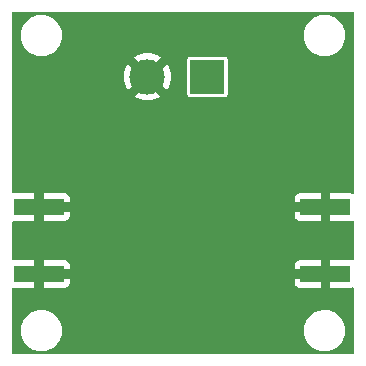
<source format=gbr>
%TF.GenerationSoftware,KiCad,Pcbnew,8.0.5-8.0.5-0~ubuntu22.04.1*%
%TF.CreationDate,2025-01-09T17:41:27-03:00*%
%TF.ProjectId,tx_amplifier,74785f61-6d70-46c6-9966-6965722e6b69,v1.2*%
%TF.SameCoordinates,Original*%
%TF.FileFunction,Copper,L2,Bot*%
%TF.FilePolarity,Positive*%
%FSLAX46Y46*%
G04 Gerber Fmt 4.6, Leading zero omitted, Abs format (unit mm)*
G04 Created by KiCad (PCBNEW 8.0.5-8.0.5-0~ubuntu22.04.1) date 2025-01-09 17:41:27*
%MOMM*%
%LPD*%
G01*
G04 APERTURE LIST*
%TA.AperFunction,SMDPad,CuDef*%
%ADD10R,4.200000X1.350000*%
%TD*%
%TA.AperFunction,ComponentPad*%
%ADD11R,3.000000X3.000000*%
%TD*%
%TA.AperFunction,ComponentPad*%
%ADD12C,3.000000*%
%TD*%
%TA.AperFunction,ViaPad*%
%ADD13C,0.500000*%
%TD*%
%TA.AperFunction,ViaPad*%
%ADD14C,0.600000*%
%TD*%
G04 APERTURE END LIST*
D10*
%TO.P,J2,2,Ext*%
%TO.N,GND*%
X127054000Y-112680000D03*
X127054000Y-107030000D03*
%TD*%
%TO.P,J1,2,Ext*%
%TO.N,GND*%
X102816000Y-107030000D03*
X102816000Y-112680000D03*
%TD*%
D11*
%TO.P,J3,1,Pin_1*%
%TO.N,+3.3V*%
X117080000Y-96000000D03*
D12*
%TO.P,J3,2,Pin_2*%
%TO.N,GND*%
X112000000Y-96000000D03*
%TD*%
D13*
%TO.N,GND*%
X105500000Y-111000000D03*
X120500000Y-111000000D03*
D14*
X102819200Y-114249200D03*
D13*
X119000000Y-105000000D03*
X124500000Y-111000000D03*
X113500000Y-107500000D03*
X124000000Y-115500000D03*
X103500000Y-108600000D03*
X122500000Y-111000000D03*
X108500000Y-107500000D03*
X115200000Y-109000000D03*
X126000000Y-111000000D03*
X118000000Y-100500000D03*
X116200000Y-108000000D03*
X111500000Y-104250000D03*
X114500000Y-113000000D03*
X118000000Y-98500000D03*
X127000000Y-108600000D03*
X102500000Y-111000000D03*
X122000000Y-105000000D03*
X118500000Y-112000000D03*
X115500000Y-101500000D03*
X120000000Y-105000000D03*
X115500000Y-105500000D03*
X123500000Y-111000000D03*
X118500000Y-113000000D03*
X117500000Y-113000000D03*
X107500000Y-108600000D03*
D14*
X127050800Y-105410000D03*
D13*
X101500000Y-108600000D03*
X113000000Y-110750000D03*
X121500000Y-113000000D03*
X119500000Y-111000000D03*
X113500000Y-101500000D03*
X112500000Y-113000000D03*
X123500000Y-108600000D03*
X101500000Y-111000000D03*
X111000000Y-108000000D03*
X114000000Y-110750000D03*
X111500000Y-102000000D03*
X114500000Y-101500000D03*
X108500000Y-111000000D03*
X115000000Y-104500000D03*
X119500000Y-108600000D03*
X115500000Y-113000000D03*
X112500000Y-102000000D03*
X118500000Y-111000000D03*
D14*
X102819200Y-105460800D03*
D13*
X123000000Y-115500000D03*
X116200000Y-109000000D03*
X106500000Y-111000000D03*
X117000000Y-104500000D03*
X114000000Y-104500000D03*
X108500000Y-105500000D03*
X126000000Y-108600000D03*
D14*
X114071400Y-108178600D03*
D13*
X127000000Y-111000000D03*
X105500000Y-108600000D03*
X109500000Y-112000000D03*
X113500000Y-113000000D03*
X108500000Y-106500000D03*
X106500000Y-108600000D03*
X118500000Y-103500000D03*
X121500000Y-108600000D03*
X112000000Y-110750000D03*
X115500000Y-106500000D03*
X120500000Y-112000000D03*
X121500000Y-107000000D03*
D14*
X123291600Y-104698800D03*
D13*
X122500000Y-108600000D03*
X118500000Y-107500000D03*
X107500000Y-111000000D03*
X112500000Y-107500000D03*
X120500000Y-113000000D03*
X116500000Y-113000000D03*
X108500000Y-108600000D03*
X115500000Y-107500000D03*
X116000000Y-99500000D03*
X120500000Y-108600000D03*
X102500000Y-108600000D03*
X111000000Y-107000000D03*
X104500000Y-108600000D03*
X113000000Y-109000000D03*
X116000000Y-100500000D03*
X109500000Y-111000000D03*
X111000000Y-109000000D03*
D14*
X121539000Y-115620800D03*
D13*
X116000000Y-98500000D03*
X119500000Y-107000000D03*
X104500000Y-111000000D03*
X121000000Y-105000000D03*
X112000000Y-109000000D03*
X116000000Y-104500000D03*
X109500000Y-113000000D03*
D14*
X127050800Y-114249200D03*
D13*
X118500000Y-108600000D03*
X118000000Y-101500000D03*
X118000000Y-104500000D03*
X111500000Y-113000000D03*
X124500000Y-108600000D03*
X128000000Y-111000000D03*
X118000000Y-99500000D03*
X120500000Y-107000000D03*
X115500000Y-102500000D03*
X116000000Y-110750000D03*
D14*
X109882100Y-101854000D03*
D13*
X115000000Y-110750000D03*
X111500000Y-105000000D03*
X114500000Y-107500000D03*
X110500000Y-105000000D03*
X103500000Y-111000000D03*
X118500000Y-102500000D03*
X109500000Y-105000000D03*
X128000000Y-108600000D03*
X110500000Y-113000000D03*
X115500000Y-103500000D03*
%TD*%
%TA.AperFunction,Conductor*%
%TO.N,GND*%
G36*
X129443039Y-90519685D02*
G01*
X129488794Y-90572489D01*
X129500000Y-90624000D01*
X129500000Y-105771809D01*
X129480315Y-105838848D01*
X129427511Y-105884603D01*
X129358353Y-105894547D01*
X129332668Y-105887991D01*
X129261383Y-105861403D01*
X129261372Y-105861401D01*
X129201844Y-105855000D01*
X127454000Y-105855000D01*
X127454000Y-108205000D01*
X129201828Y-108205000D01*
X129201844Y-108204999D01*
X129261372Y-108198598D01*
X129261376Y-108198597D01*
X129332666Y-108172008D01*
X129402358Y-108167024D01*
X129463681Y-108200509D01*
X129497166Y-108261832D01*
X129500000Y-108288190D01*
X129500000Y-111421809D01*
X129480315Y-111488848D01*
X129427511Y-111534603D01*
X129358353Y-111544547D01*
X129332668Y-111537991D01*
X129261383Y-111511403D01*
X129261372Y-111511401D01*
X129201844Y-111505000D01*
X127454000Y-111505000D01*
X127454000Y-113855000D01*
X129201828Y-113855000D01*
X129201844Y-113854999D01*
X129261372Y-113848598D01*
X129261376Y-113848597D01*
X129332666Y-113822008D01*
X129402358Y-113817024D01*
X129463681Y-113850509D01*
X129497166Y-113911832D01*
X129500000Y-113938190D01*
X129500000Y-119376000D01*
X129480315Y-119443039D01*
X129427511Y-119488794D01*
X129376000Y-119500000D01*
X100624000Y-119500000D01*
X100556961Y-119480315D01*
X100511206Y-119427511D01*
X100500000Y-119376000D01*
X100500000Y-117385258D01*
X101249500Y-117385258D01*
X101249500Y-117614741D01*
X101274446Y-117804215D01*
X101279452Y-117842238D01*
X101279453Y-117842240D01*
X101338842Y-118063887D01*
X101426650Y-118275876D01*
X101426657Y-118275890D01*
X101541392Y-118474617D01*
X101681081Y-118656661D01*
X101681089Y-118656670D01*
X101843330Y-118818911D01*
X101843338Y-118818918D01*
X102025382Y-118958607D01*
X102025385Y-118958608D01*
X102025388Y-118958611D01*
X102224112Y-119073344D01*
X102224117Y-119073346D01*
X102224123Y-119073349D01*
X102315480Y-119111190D01*
X102436113Y-119161158D01*
X102657762Y-119220548D01*
X102885266Y-119250500D01*
X102885273Y-119250500D01*
X103114727Y-119250500D01*
X103114734Y-119250500D01*
X103342238Y-119220548D01*
X103563887Y-119161158D01*
X103775888Y-119073344D01*
X103974612Y-118958611D01*
X104156661Y-118818919D01*
X104156665Y-118818914D01*
X104156670Y-118818911D01*
X104318911Y-118656670D01*
X104318914Y-118656665D01*
X104318919Y-118656661D01*
X104458611Y-118474612D01*
X104573344Y-118275888D01*
X104661158Y-118063887D01*
X104720548Y-117842238D01*
X104750500Y-117614734D01*
X104750500Y-117385266D01*
X104750499Y-117385258D01*
X125249500Y-117385258D01*
X125249500Y-117614741D01*
X125274446Y-117804215D01*
X125279452Y-117842238D01*
X125279453Y-117842240D01*
X125338842Y-118063887D01*
X125426650Y-118275876D01*
X125426657Y-118275890D01*
X125541392Y-118474617D01*
X125681081Y-118656661D01*
X125681089Y-118656670D01*
X125843330Y-118818911D01*
X125843338Y-118818918D01*
X126025382Y-118958607D01*
X126025385Y-118958608D01*
X126025388Y-118958611D01*
X126224112Y-119073344D01*
X126224117Y-119073346D01*
X126224123Y-119073349D01*
X126315480Y-119111190D01*
X126436113Y-119161158D01*
X126657762Y-119220548D01*
X126885266Y-119250500D01*
X126885273Y-119250500D01*
X127114727Y-119250500D01*
X127114734Y-119250500D01*
X127342238Y-119220548D01*
X127563887Y-119161158D01*
X127775888Y-119073344D01*
X127974612Y-118958611D01*
X128156661Y-118818919D01*
X128156665Y-118818914D01*
X128156670Y-118818911D01*
X128318911Y-118656670D01*
X128318914Y-118656665D01*
X128318919Y-118656661D01*
X128458611Y-118474612D01*
X128573344Y-118275888D01*
X128661158Y-118063887D01*
X128720548Y-117842238D01*
X128750500Y-117614734D01*
X128750500Y-117385266D01*
X128720548Y-117157762D01*
X128661158Y-116936113D01*
X128573344Y-116724112D01*
X128458611Y-116525388D01*
X128458608Y-116525385D01*
X128458607Y-116525382D01*
X128318918Y-116343338D01*
X128318911Y-116343330D01*
X128156670Y-116181089D01*
X128156661Y-116181081D01*
X127974617Y-116041392D01*
X127775890Y-115926657D01*
X127775876Y-115926650D01*
X127563887Y-115838842D01*
X127342238Y-115779452D01*
X127304215Y-115774446D01*
X127114741Y-115749500D01*
X127114734Y-115749500D01*
X126885266Y-115749500D01*
X126885258Y-115749500D01*
X126668715Y-115778009D01*
X126657762Y-115779452D01*
X126564076Y-115804554D01*
X126436112Y-115838842D01*
X126224123Y-115926650D01*
X126224109Y-115926657D01*
X126025382Y-116041392D01*
X125843338Y-116181081D01*
X125681081Y-116343338D01*
X125541392Y-116525382D01*
X125426657Y-116724109D01*
X125426650Y-116724123D01*
X125338842Y-116936112D01*
X125279453Y-117157759D01*
X125279451Y-117157770D01*
X125249500Y-117385258D01*
X104750499Y-117385258D01*
X104720548Y-117157762D01*
X104661158Y-116936113D01*
X104573344Y-116724112D01*
X104458611Y-116525388D01*
X104458608Y-116525385D01*
X104458607Y-116525382D01*
X104318918Y-116343338D01*
X104318911Y-116343330D01*
X104156670Y-116181089D01*
X104156661Y-116181081D01*
X103974617Y-116041392D01*
X103775890Y-115926657D01*
X103775876Y-115926650D01*
X103563887Y-115838842D01*
X103342238Y-115779452D01*
X103304215Y-115774446D01*
X103114741Y-115749500D01*
X103114734Y-115749500D01*
X102885266Y-115749500D01*
X102885258Y-115749500D01*
X102668715Y-115778009D01*
X102657762Y-115779452D01*
X102564076Y-115804554D01*
X102436112Y-115838842D01*
X102224123Y-115926650D01*
X102224109Y-115926657D01*
X102025382Y-116041392D01*
X101843338Y-116181081D01*
X101681081Y-116343338D01*
X101541392Y-116525382D01*
X101426657Y-116724109D01*
X101426650Y-116724123D01*
X101338842Y-116936112D01*
X101279453Y-117157759D01*
X101279451Y-117157770D01*
X101249500Y-117385258D01*
X100500000Y-117385258D01*
X100500000Y-113974965D01*
X100519685Y-113907926D01*
X100572489Y-113862171D01*
X100637259Y-113851676D01*
X100668163Y-113854999D01*
X100668172Y-113855000D01*
X102416000Y-113855000D01*
X103216000Y-113855000D01*
X104963828Y-113855000D01*
X104963844Y-113854999D01*
X105023372Y-113848598D01*
X105023379Y-113848596D01*
X105158086Y-113798354D01*
X105158093Y-113798350D01*
X105273187Y-113712190D01*
X105273190Y-113712187D01*
X105359350Y-113597093D01*
X105359354Y-113597086D01*
X105409596Y-113462379D01*
X105409598Y-113462372D01*
X105415999Y-113402844D01*
X124454000Y-113402844D01*
X124460401Y-113462372D01*
X124460403Y-113462379D01*
X124510645Y-113597086D01*
X124510649Y-113597093D01*
X124596809Y-113712187D01*
X124596812Y-113712190D01*
X124711906Y-113798350D01*
X124711913Y-113798354D01*
X124846620Y-113848596D01*
X124846627Y-113848598D01*
X124906155Y-113854999D01*
X124906172Y-113855000D01*
X126654000Y-113855000D01*
X126654000Y-113080000D01*
X124454000Y-113080000D01*
X124454000Y-113402844D01*
X105415999Y-113402844D01*
X105416000Y-113402827D01*
X105416000Y-113080000D01*
X103216000Y-113080000D01*
X103216000Y-113855000D01*
X102416000Y-113855000D01*
X102416000Y-112280000D01*
X103216000Y-112280000D01*
X105416000Y-112280000D01*
X105416000Y-111957172D01*
X105415999Y-111957155D01*
X124454000Y-111957155D01*
X124454000Y-112280000D01*
X126654000Y-112280000D01*
X126654000Y-111505000D01*
X124906155Y-111505000D01*
X124846627Y-111511401D01*
X124846620Y-111511403D01*
X124711913Y-111561645D01*
X124711906Y-111561649D01*
X124596812Y-111647809D01*
X124596809Y-111647812D01*
X124510649Y-111762906D01*
X124510645Y-111762913D01*
X124460403Y-111897620D01*
X124460401Y-111897627D01*
X124454000Y-111957155D01*
X105415999Y-111957155D01*
X105409598Y-111897627D01*
X105409596Y-111897620D01*
X105359354Y-111762913D01*
X105359350Y-111762906D01*
X105273190Y-111647812D01*
X105273187Y-111647809D01*
X105158093Y-111561649D01*
X105158086Y-111561645D01*
X105023379Y-111511403D01*
X105023372Y-111511401D01*
X104963844Y-111505000D01*
X103216000Y-111505000D01*
X103216000Y-112280000D01*
X102416000Y-112280000D01*
X102416000Y-111505000D01*
X100668172Y-111505000D01*
X100668153Y-111505001D01*
X100637255Y-111508323D01*
X100568496Y-111495918D01*
X100517358Y-111448308D01*
X100500000Y-111385034D01*
X100500000Y-108324965D01*
X100519685Y-108257926D01*
X100572489Y-108212171D01*
X100637259Y-108201676D01*
X100668163Y-108204999D01*
X100668172Y-108205000D01*
X102416000Y-108205000D01*
X103216000Y-108205000D01*
X104963828Y-108205000D01*
X104963844Y-108204999D01*
X105023372Y-108198598D01*
X105023379Y-108198596D01*
X105158086Y-108148354D01*
X105158093Y-108148350D01*
X105273187Y-108062190D01*
X105273190Y-108062187D01*
X105359350Y-107947093D01*
X105359354Y-107947086D01*
X105409596Y-107812379D01*
X105409598Y-107812372D01*
X105415999Y-107752844D01*
X124454000Y-107752844D01*
X124460401Y-107812372D01*
X124460403Y-107812379D01*
X124510645Y-107947086D01*
X124510649Y-107947093D01*
X124596809Y-108062187D01*
X124596812Y-108062190D01*
X124711906Y-108148350D01*
X124711913Y-108148354D01*
X124846620Y-108198596D01*
X124846627Y-108198598D01*
X124906155Y-108204999D01*
X124906172Y-108205000D01*
X126654000Y-108205000D01*
X126654000Y-107430000D01*
X124454000Y-107430000D01*
X124454000Y-107752844D01*
X105415999Y-107752844D01*
X105416000Y-107752827D01*
X105416000Y-107430000D01*
X103216000Y-107430000D01*
X103216000Y-108205000D01*
X102416000Y-108205000D01*
X102416000Y-106630000D01*
X103216000Y-106630000D01*
X105416000Y-106630000D01*
X105416000Y-106307172D01*
X105415999Y-106307155D01*
X124454000Y-106307155D01*
X124454000Y-106630000D01*
X126654000Y-106630000D01*
X126654000Y-105855000D01*
X124906155Y-105855000D01*
X124846627Y-105861401D01*
X124846620Y-105861403D01*
X124711913Y-105911645D01*
X124711906Y-105911649D01*
X124596812Y-105997809D01*
X124596809Y-105997812D01*
X124510649Y-106112906D01*
X124510645Y-106112913D01*
X124460403Y-106247620D01*
X124460401Y-106247627D01*
X124454000Y-106307155D01*
X105415999Y-106307155D01*
X105409598Y-106247627D01*
X105409596Y-106247620D01*
X105359354Y-106112913D01*
X105359350Y-106112906D01*
X105273190Y-105997812D01*
X105273187Y-105997809D01*
X105158093Y-105911649D01*
X105158086Y-105911645D01*
X105023379Y-105861403D01*
X105023372Y-105861401D01*
X104963844Y-105855000D01*
X103216000Y-105855000D01*
X103216000Y-106630000D01*
X102416000Y-106630000D01*
X102416000Y-105855000D01*
X100668172Y-105855000D01*
X100668153Y-105855001D01*
X100637255Y-105858323D01*
X100568496Y-105845918D01*
X100517358Y-105798308D01*
X100500000Y-105735034D01*
X100500000Y-95999998D01*
X109994891Y-95999998D01*
X109994891Y-96000001D01*
X110015300Y-96285362D01*
X110076109Y-96564895D01*
X110176091Y-96832958D01*
X110313196Y-97084047D01*
X110329066Y-97105246D01*
X110329067Y-97105246D01*
X111259820Y-96174493D01*
X111269207Y-96221684D01*
X111326497Y-96359995D01*
X111409670Y-96484472D01*
X111515528Y-96590330D01*
X111640005Y-96673503D01*
X111778316Y-96730793D01*
X111825505Y-96740179D01*
X110894752Y-97670932D01*
X110915954Y-97686804D01*
X110915960Y-97686807D01*
X111167042Y-97823908D01*
X111167041Y-97823908D01*
X111435104Y-97923890D01*
X111714637Y-97984699D01*
X111999999Y-98005109D01*
X112000001Y-98005109D01*
X112285362Y-97984699D01*
X112564895Y-97923890D01*
X112832958Y-97823908D01*
X113084040Y-97686806D01*
X113105246Y-97670931D01*
X112174495Y-96740179D01*
X112221684Y-96730793D01*
X112359995Y-96673503D01*
X112484472Y-96590330D01*
X112590330Y-96484472D01*
X112673503Y-96359995D01*
X112730793Y-96221684D01*
X112740179Y-96174494D01*
X113670931Y-97105246D01*
X113686806Y-97084040D01*
X113823908Y-96832958D01*
X113923890Y-96564895D01*
X113984699Y-96285362D01*
X114005109Y-96000001D01*
X114005109Y-95999998D01*
X113984699Y-95714637D01*
X113923890Y-95435104D01*
X113823908Y-95167041D01*
X113686807Y-94915960D01*
X113686804Y-94915954D01*
X113670932Y-94894752D01*
X112740179Y-95825505D01*
X112730793Y-95778316D01*
X112673503Y-95640005D01*
X112590330Y-95515528D01*
X112484472Y-95409670D01*
X112359995Y-95326497D01*
X112221684Y-95269207D01*
X112174494Y-95259820D01*
X112954066Y-94480247D01*
X115379500Y-94480247D01*
X115379500Y-97519752D01*
X115391131Y-97578229D01*
X115391132Y-97578230D01*
X115435447Y-97644552D01*
X115501769Y-97688867D01*
X115501770Y-97688868D01*
X115560247Y-97700499D01*
X115560250Y-97700500D01*
X115560252Y-97700500D01*
X118599750Y-97700500D01*
X118599751Y-97700499D01*
X118614568Y-97697552D01*
X118658229Y-97688868D01*
X118658229Y-97688867D01*
X118658231Y-97688867D01*
X118724552Y-97644552D01*
X118768867Y-97578231D01*
X118768867Y-97578229D01*
X118768868Y-97578229D01*
X118780499Y-97519752D01*
X118780500Y-97519750D01*
X118780500Y-94480249D01*
X118780499Y-94480247D01*
X118768868Y-94421770D01*
X118768867Y-94421769D01*
X118724552Y-94355447D01*
X118658230Y-94311132D01*
X118658229Y-94311131D01*
X118599752Y-94299500D01*
X118599748Y-94299500D01*
X115560252Y-94299500D01*
X115560247Y-94299500D01*
X115501770Y-94311131D01*
X115501769Y-94311132D01*
X115435447Y-94355447D01*
X115391132Y-94421769D01*
X115391131Y-94421770D01*
X115379500Y-94480247D01*
X112954066Y-94480247D01*
X113105246Y-94329067D01*
X113105246Y-94329066D01*
X113084047Y-94313196D01*
X112832957Y-94176091D01*
X112832958Y-94176091D01*
X112564895Y-94076109D01*
X112285362Y-94015300D01*
X112000001Y-93994891D01*
X111999999Y-93994891D01*
X111714637Y-94015300D01*
X111435104Y-94076109D01*
X111167041Y-94176091D01*
X110915954Y-94313196D01*
X110894752Y-94329066D01*
X111825506Y-95259820D01*
X111778316Y-95269207D01*
X111640005Y-95326497D01*
X111515528Y-95409670D01*
X111409670Y-95515528D01*
X111326497Y-95640005D01*
X111269207Y-95778316D01*
X111259820Y-95825506D01*
X110329066Y-94894752D01*
X110313196Y-94915954D01*
X110176091Y-95167041D01*
X110076109Y-95435104D01*
X110015300Y-95714637D01*
X109994891Y-95999998D01*
X100500000Y-95999998D01*
X100500000Y-92385258D01*
X101249500Y-92385258D01*
X101249500Y-92614741D01*
X101274446Y-92804215D01*
X101279452Y-92842238D01*
X101279453Y-92842240D01*
X101338842Y-93063887D01*
X101426650Y-93275876D01*
X101426657Y-93275890D01*
X101541392Y-93474617D01*
X101681081Y-93656661D01*
X101681089Y-93656670D01*
X101843330Y-93818911D01*
X101843338Y-93818918D01*
X102025382Y-93958607D01*
X102025385Y-93958608D01*
X102025388Y-93958611D01*
X102224112Y-94073344D01*
X102224117Y-94073346D01*
X102224123Y-94073349D01*
X102315480Y-94111190D01*
X102436113Y-94161158D01*
X102657762Y-94220548D01*
X102885266Y-94250500D01*
X102885273Y-94250500D01*
X103114727Y-94250500D01*
X103114734Y-94250500D01*
X103342238Y-94220548D01*
X103563887Y-94161158D01*
X103775888Y-94073344D01*
X103974612Y-93958611D01*
X104156661Y-93818919D01*
X104156665Y-93818914D01*
X104156670Y-93818911D01*
X104318911Y-93656670D01*
X104318914Y-93656665D01*
X104318919Y-93656661D01*
X104458611Y-93474612D01*
X104573344Y-93275888D01*
X104661158Y-93063887D01*
X104720548Y-92842238D01*
X104750500Y-92614734D01*
X104750500Y-92385266D01*
X104750499Y-92385258D01*
X125249500Y-92385258D01*
X125249500Y-92614741D01*
X125274446Y-92804215D01*
X125279452Y-92842238D01*
X125279453Y-92842240D01*
X125338842Y-93063887D01*
X125426650Y-93275876D01*
X125426657Y-93275890D01*
X125541392Y-93474617D01*
X125681081Y-93656661D01*
X125681089Y-93656670D01*
X125843330Y-93818911D01*
X125843338Y-93818918D01*
X126025382Y-93958607D01*
X126025385Y-93958608D01*
X126025388Y-93958611D01*
X126224112Y-94073344D01*
X126224117Y-94073346D01*
X126224123Y-94073349D01*
X126315480Y-94111190D01*
X126436113Y-94161158D01*
X126657762Y-94220548D01*
X126885266Y-94250500D01*
X126885273Y-94250500D01*
X127114727Y-94250500D01*
X127114734Y-94250500D01*
X127342238Y-94220548D01*
X127563887Y-94161158D01*
X127775888Y-94073344D01*
X127974612Y-93958611D01*
X128156661Y-93818919D01*
X128156665Y-93818914D01*
X128156670Y-93818911D01*
X128318911Y-93656670D01*
X128318914Y-93656665D01*
X128318919Y-93656661D01*
X128458611Y-93474612D01*
X128573344Y-93275888D01*
X128661158Y-93063887D01*
X128720548Y-92842238D01*
X128750500Y-92614734D01*
X128750500Y-92385266D01*
X128720548Y-92157762D01*
X128661158Y-91936113D01*
X128573344Y-91724112D01*
X128458611Y-91525388D01*
X128458608Y-91525385D01*
X128458607Y-91525382D01*
X128318918Y-91343338D01*
X128318911Y-91343330D01*
X128156670Y-91181089D01*
X128156661Y-91181081D01*
X127974617Y-91041392D01*
X127775890Y-90926657D01*
X127775876Y-90926650D01*
X127563887Y-90838842D01*
X127342238Y-90779452D01*
X127304215Y-90774446D01*
X127114741Y-90749500D01*
X127114734Y-90749500D01*
X126885266Y-90749500D01*
X126885258Y-90749500D01*
X126668715Y-90778009D01*
X126657762Y-90779452D01*
X126564076Y-90804554D01*
X126436112Y-90838842D01*
X126224123Y-90926650D01*
X126224109Y-90926657D01*
X126025382Y-91041392D01*
X125843338Y-91181081D01*
X125681081Y-91343338D01*
X125541392Y-91525382D01*
X125426657Y-91724109D01*
X125426650Y-91724123D01*
X125338842Y-91936112D01*
X125279453Y-92157759D01*
X125279451Y-92157770D01*
X125249500Y-92385258D01*
X104750499Y-92385258D01*
X104720548Y-92157762D01*
X104661158Y-91936113D01*
X104573344Y-91724112D01*
X104458611Y-91525388D01*
X104458608Y-91525385D01*
X104458607Y-91525382D01*
X104318918Y-91343338D01*
X104318911Y-91343330D01*
X104156670Y-91181089D01*
X104156661Y-91181081D01*
X103974617Y-91041392D01*
X103775890Y-90926657D01*
X103775876Y-90926650D01*
X103563887Y-90838842D01*
X103342238Y-90779452D01*
X103304215Y-90774446D01*
X103114741Y-90749500D01*
X103114734Y-90749500D01*
X102885266Y-90749500D01*
X102885258Y-90749500D01*
X102668715Y-90778009D01*
X102657762Y-90779452D01*
X102564076Y-90804554D01*
X102436112Y-90838842D01*
X102224123Y-90926650D01*
X102224109Y-90926657D01*
X102025382Y-91041392D01*
X101843338Y-91181081D01*
X101681081Y-91343338D01*
X101541392Y-91525382D01*
X101426657Y-91724109D01*
X101426650Y-91724123D01*
X101338842Y-91936112D01*
X101279453Y-92157759D01*
X101279451Y-92157770D01*
X101249500Y-92385258D01*
X100500000Y-92385258D01*
X100500000Y-90624000D01*
X100519685Y-90556961D01*
X100572489Y-90511206D01*
X100624000Y-90500000D01*
X129376000Y-90500000D01*
X129443039Y-90519685D01*
G37*
%TD.AperFunction*%
%TD*%
M02*

</source>
